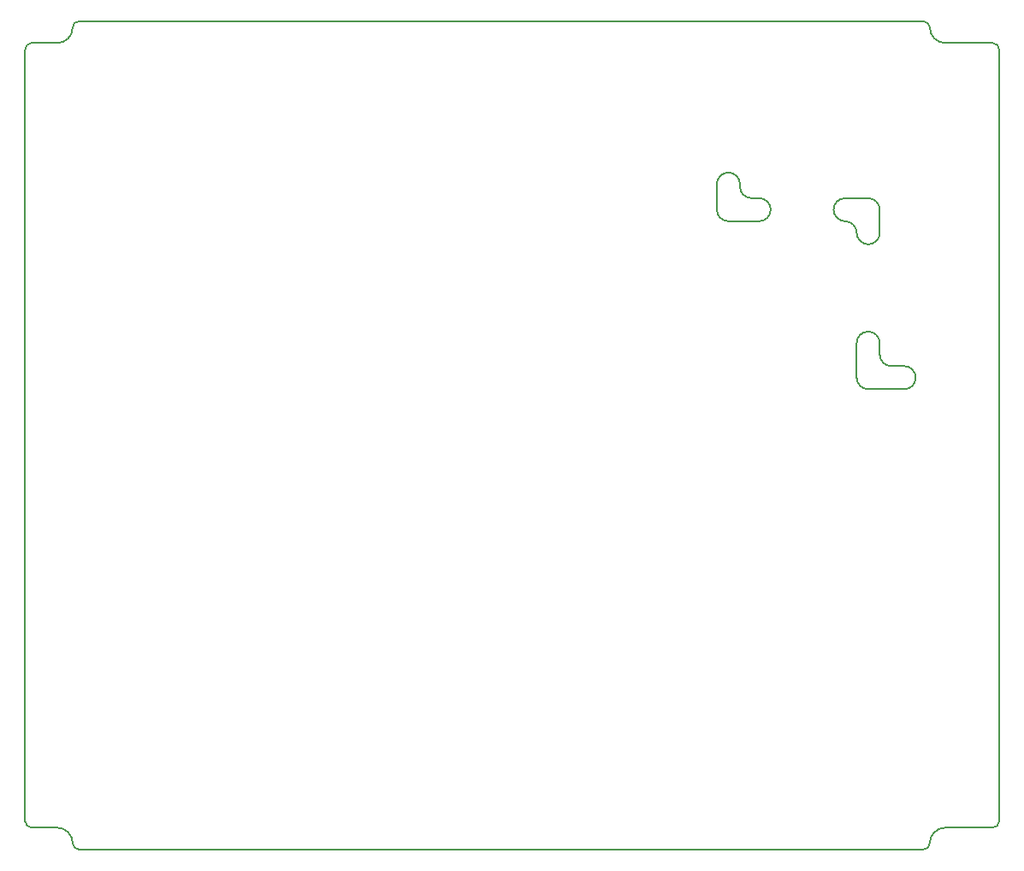
<source format=gbr>
G04 start of page 4 for group 10 idx 10 *
G04 Title: (unknown), outline *
G04 Creator: pcb 20091103 *
G04 CreationDate: Sun Apr 21 07:43:03 2024 UTC *
G04 For: bh *
G04 Format: Gerber/RS-274X *
G04 PCB-Dimensions: 560000 580000 *
G04 PCB-Coordinate-Origin: lower left *
%MOIN*%
%FSLAX25Y25*%
%LNMECHANICAL*%
%ADD52C,0.0060*%
G54D52*X87000Y101000D02*X416000D01*
X66000Y413000D02*Y112000D01*
X68500Y109500D02*X78500D01*
X68500Y415500D02*X78500D01*
X424500D02*X443000D01*
X445500Y413000D02*Y112000D01*
X424500Y109500D02*X443000D01*
X394500Y280500D02*X408500D01*
X87000Y424000D02*X416000D01*
X390000Y298500D02*Y285000D01*
X399000Y298500D02*Y294000D01*
X403500Y289500D02*X408500D01*
X335500Y360500D02*Y350500D01*
X349000Y355000D02*X352000D01*
X399000Y350500D02*Y341500D01*
X340000Y346000D02*X352000D01*
X385500Y355000D02*X394500D01*
X344500Y360500D02*Y359500D01*
X84500Y421500D02*G75*G02X87000Y424000I2500J0D01*G01*
X66000Y413000D02*G75*G02X68500Y415500I2500J0D01*G01*
X78500Y109500D02*G75*G02X84500Y103500I0J-6000D01*G01*
Y421500D02*G75*G02X78500Y415500I-6000J0D01*G01*
X68500Y109500D02*G75*G02X66000Y112000I0J2500D01*G01*
X87000Y101000D02*G75*G02X84500Y103500I0J2500D01*G01*
X445500Y112000D02*G75*G02X443000Y109500I-2500J0D01*G01*
X418500Y103500D02*G75*G02X416000Y101000I-2500J0D01*G01*
Y424000D02*G75*G02X418500Y421500I0J-2500D01*G01*
X443000Y415500D02*G75*G02X445500Y413000I0J-2500D01*G01*
X418500Y103500D02*G75*G02X424500Y109500I6000J0D01*G01*
Y415500D02*G75*G02X418500Y421500I0J6000D01*G01*
X408500Y280500D02*G75*G03X413000Y285000I0J4500D01*G01*
G75*G03X408500Y289500I-4500J0D01*G01*
X390000Y285000D02*G75*G03X394500Y280500I4500J0D01*G01*
X390000Y341500D02*G75*G03X394500Y337000I4500J0D01*G01*
G75*G03X399000Y341500I0J4500D01*G01*
Y298500D02*G75*G03X394500Y303000I-4500J0D01*G01*
G75*G03X390000Y298500I0J-4500D01*G01*
X385500Y355000D02*G75*G03X381000Y350500I0J-4500D01*G01*
G75*G03X385500Y346000I4500J0D01*G01*
X399000Y350500D02*G75*G03X394500Y355000I-4500J0D01*G01*
X390000Y341500D02*G75*G03X385500Y346000I-4500J0D01*G01*
X344500Y359500D02*G75*G03X349000Y355000I4500J0D01*G01*
X340000Y365000D02*G75*G03X335500Y360500I0J-4500D01*G01*
X344500D02*G75*G03X340000Y365000I-4500J0D01*G01*
X335500Y350500D02*G75*G03X340000Y346000I4500J0D01*G01*
X352000D02*G75*G03X356500Y350500I0J4500D01*G01*
G75*G03X352000Y355000I-4500J0D01*G01*
X399000Y294000D02*G75*G03X403500Y289500I4500J0D01*G01*
M02*

</source>
